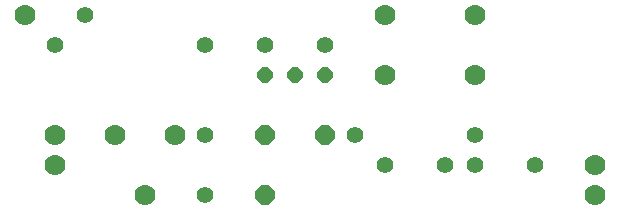
<source format=gtl>
G75*
%MOIN*%
%OFA0B0*%
%FSLAX25Y25*%
%IPPOS*%
%LPD*%
%AMOC8*
5,1,8,0,0,1.08239X$1,22.5*
%
%ADD10C,0.07000*%
%ADD11C,0.05543*%
%ADD12OC8,0.06496*%
%ADD13OC8,0.05150*%
D10*
X0051000Y0014700D03*
X0021000Y0024700D03*
X0021000Y0034700D03*
X0041000Y0034700D03*
X0061000Y0034700D03*
X0131000Y0054700D03*
X0161000Y0054700D03*
X0161000Y0074700D03*
X0131000Y0074700D03*
X0011000Y0074700D03*
X0201000Y0024700D03*
X0201000Y0014700D03*
D11*
X0181000Y0024700D03*
X0161000Y0024700D03*
X0151000Y0024700D03*
X0131000Y0024700D03*
X0121000Y0034700D03*
X0161000Y0034700D03*
X0111000Y0064700D03*
X0091000Y0064700D03*
X0071000Y0064700D03*
X0031000Y0074700D03*
X0021000Y0064700D03*
X0071000Y0034700D03*
X0071000Y0014700D03*
D12*
X0091000Y0014700D03*
X0091000Y0034700D03*
X0111000Y0034700D03*
D13*
X0111000Y0054700D03*
X0101000Y0054700D03*
X0091000Y0054700D03*
M02*

</source>
